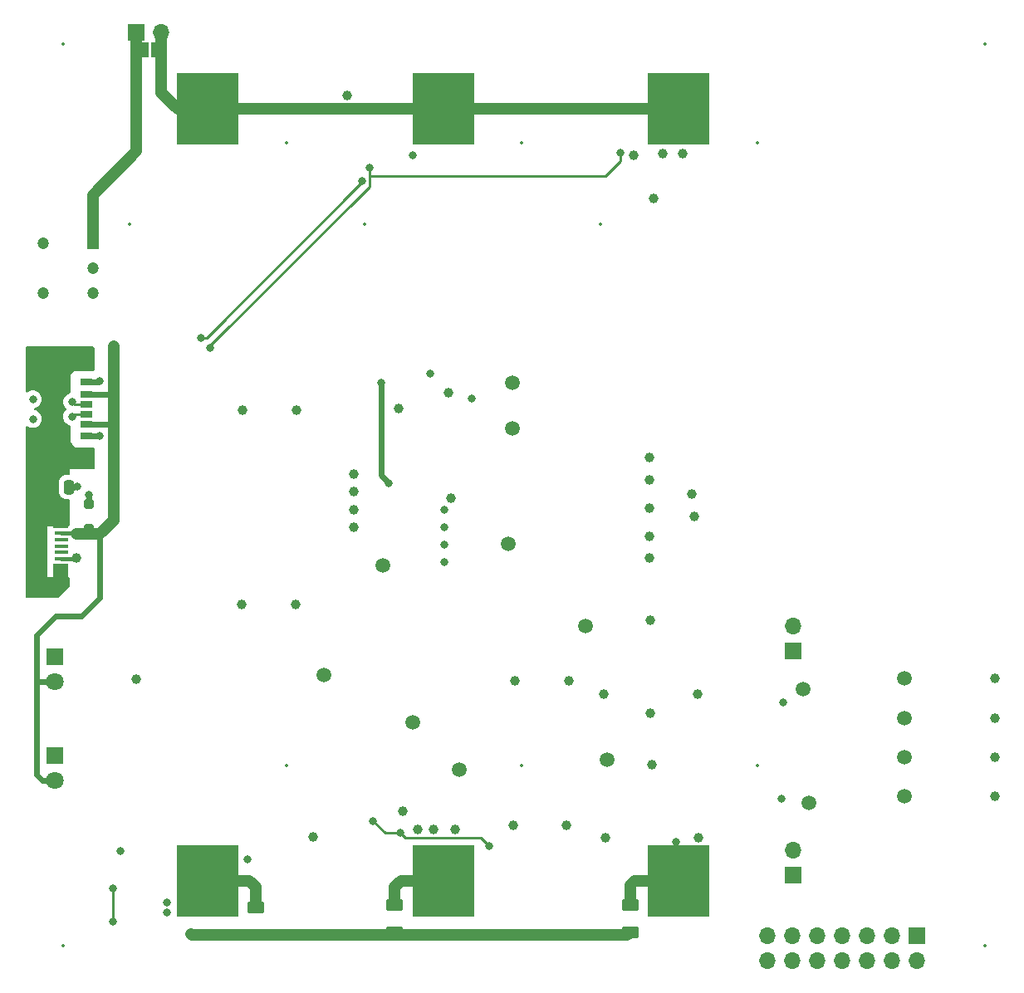
<source format=gtl>
%TF.GenerationSoftware,KiCad,Pcbnew,7.0.9*%
%TF.CreationDate,2024-06-04T23:40:40+02:00*%
%TF.ProjectId,EnvSensor-Power-v2.1,456e7653-656e-4736-9f72-2d506f776572,rev?*%
%TF.SameCoordinates,Original*%
%TF.FileFunction,Copper,L1,Top*%
%TF.FilePolarity,Positive*%
%FSLAX46Y46*%
G04 Gerber Fmt 4.6, Leading zero omitted, Abs format (unit mm)*
G04 Created by KiCad (PCBNEW 7.0.9) date 2024-06-04 23:40:40*
%MOMM*%
%LPD*%
G01*
G04 APERTURE LIST*
G04 Aperture macros list*
%AMRoundRect*
0 Rectangle with rounded corners*
0 $1 Rounding radius*
0 $2 $3 $4 $5 $6 $7 $8 $9 X,Y pos of 4 corners*
0 Add a 4 corners polygon primitive as box body*
4,1,4,$2,$3,$4,$5,$6,$7,$8,$9,$2,$3,0*
0 Add four circle primitives for the rounded corners*
1,1,$1+$1,$2,$3*
1,1,$1+$1,$4,$5*
1,1,$1+$1,$6,$7*
1,1,$1+$1,$8,$9*
0 Add four rect primitives between the rounded corners*
20,1,$1+$1,$2,$3,$4,$5,0*
20,1,$1+$1,$4,$5,$6,$7,0*
20,1,$1+$1,$6,$7,$8,$9,0*
20,1,$1+$1,$8,$9,$2,$3,0*%
%AMFreePoly0*
4,1,19,0.500000,-0.750000,0.000000,-0.750000,0.000000,-0.744911,-0.071157,-0.744911,-0.207708,-0.704816,-0.327430,-0.627875,-0.420627,-0.520320,-0.479746,-0.390866,-0.500000,-0.250000,-0.500000,0.250000,-0.479746,0.390866,-0.420627,0.520320,-0.327430,0.627875,-0.207708,0.704816,-0.071157,0.744911,0.000000,0.744911,0.000000,0.750000,0.500000,0.750000,0.500000,-0.750000,0.500000,-0.750000,
$1*%
%AMFreePoly1*
4,1,19,0.000000,0.744911,0.071157,0.744911,0.207708,0.704816,0.327430,0.627875,0.420627,0.520320,0.479746,0.390866,0.500000,0.250000,0.500000,-0.250000,0.479746,-0.390866,0.420627,-0.520320,0.327430,-0.627875,0.207708,-0.704816,0.071157,-0.744911,0.000000,-0.744911,0.000000,-0.750000,-0.500000,-0.750000,-0.500000,0.750000,0.000000,0.750000,0.000000,0.744911,0.000000,0.744911,
$1*%
G04 Aperture macros list end*
%TA.AperFunction,ComponentPad*%
%ADD10R,1.700000X1.700000*%
%TD*%
%TA.AperFunction,ComponentPad*%
%ADD11O,1.700000X1.700000*%
%TD*%
%TA.AperFunction,SMDPad,CuDef*%
%ADD12RoundRect,0.250000X-0.625000X0.375000X-0.625000X-0.375000X0.625000X-0.375000X0.625000X0.375000X0*%
%TD*%
%TA.AperFunction,SMDPad,CuDef*%
%ADD13R,1.380000X0.450000*%
%TD*%
%TA.AperFunction,SMDPad,CuDef*%
%ADD14R,1.300000X1.650000*%
%TD*%
%TA.AperFunction,SMDPad,CuDef*%
%ADD15R,1.550000X1.425000*%
%TD*%
%TA.AperFunction,SMDPad,CuDef*%
%ADD16R,1.900000X1.800000*%
%TD*%
%TA.AperFunction,SMDPad,CuDef*%
%ADD17R,1.900000X1.000000*%
%TD*%
%TA.AperFunction,SMDPad,CuDef*%
%ADD18R,1.200000X0.700000*%
%TD*%
%TA.AperFunction,SMDPad,CuDef*%
%ADD19R,1.200000X0.760000*%
%TD*%
%TA.AperFunction,SMDPad,CuDef*%
%ADD20R,1.200000X0.800000*%
%TD*%
%TA.AperFunction,SMDPad,CuDef*%
%ADD21R,1.350000X1.800000*%
%TD*%
%TA.AperFunction,SMDPad,CuDef*%
%ADD22R,1.500000X1.800000*%
%TD*%
%TA.AperFunction,ComponentPad*%
%ADD23C,1.200000*%
%TD*%
%TA.AperFunction,ComponentPad*%
%ADD24R,1.200000X1.200000*%
%TD*%
%TA.AperFunction,SMDPad,CuDef*%
%ADD25R,6.350000X7.340000*%
%TD*%
%TA.AperFunction,SMDPad,CuDef*%
%ADD26FreePoly0,180.000000*%
%TD*%
%TA.AperFunction,SMDPad,CuDef*%
%ADD27FreePoly1,180.000000*%
%TD*%
%TA.AperFunction,ComponentPad*%
%ADD28R,1.800000X1.800000*%
%TD*%
%TA.AperFunction,ComponentPad*%
%ADD29C,1.800000*%
%TD*%
%TA.AperFunction,SMDPad,CuDef*%
%ADD30RoundRect,0.250000X-0.250000X-0.475000X0.250000X-0.475000X0.250000X0.475000X-0.250000X0.475000X0*%
%TD*%
%TA.AperFunction,SMDPad,CuDef*%
%ADD31RoundRect,0.250000X-0.250000X0.250000X-0.250000X-0.250000X0.250000X-0.250000X0.250000X0.250000X0*%
%TD*%
%TA.AperFunction,ComponentPad*%
%ADD32C,1.500000*%
%TD*%
%TA.AperFunction,ViaPad*%
%ADD33C,0.800000*%
%TD*%
%TA.AperFunction,ViaPad*%
%ADD34C,1.000000*%
%TD*%
%TA.AperFunction,Conductor*%
%ADD35C,1.200000*%
%TD*%
%TA.AperFunction,Conductor*%
%ADD36C,0.600000*%
%TD*%
%TA.AperFunction,Conductor*%
%ADD37C,0.450000*%
%TD*%
%TA.AperFunction,Conductor*%
%ADD38C,0.250000*%
%TD*%
%ADD39C,0.350000*%
G04 APERTURE END LIST*
D10*
%TO.P,J6,1,Pin_1*%
%TO.N,+3V3*%
X111000000Y-115000000D03*
D11*
%TO.P,J6,2,Pin_2*%
%TO.N,GND*%
X111000000Y-117540000D03*
%TO.P,J6,3,Pin_3*%
%TO.N,+3V3*%
X108460000Y-115000000D03*
%TO.P,J6,4,Pin_4*%
%TO.N,GND*%
X108460000Y-117540000D03*
%TO.P,J6,5,Pin_5*%
%TO.N,+5V*%
X105920000Y-115000000D03*
%TO.P,J6,6,Pin_6*%
%TO.N,GND*%
X105920000Y-117540000D03*
%TO.P,J6,7,Pin_7*%
%TO.N,+5V*%
X103380000Y-115000000D03*
%TO.P,J6,8,Pin_8*%
%TO.N,GND*%
X103380000Y-117540000D03*
%TO.P,J6,9,Pin_9*%
%TO.N,POWER_5V_ENABLE*%
X100840000Y-115000000D03*
%TO.P,J6,10,Pin_10*%
%TO.N,GND*%
X100840000Y-117540000D03*
%TO.P,J6,11,Pin_11*%
%TO.N,+BATT*%
X98300000Y-115000000D03*
%TO.P,J6,12,Pin_12*%
%TO.N,GND*%
X98300000Y-117540000D03*
%TO.P,J6,13,Pin_13*%
%TO.N,VBUS*%
X95760000Y-115000000D03*
%TO.P,J6,14,Pin_14*%
%TO.N,GND*%
X95760000Y-117540000D03*
%TD*%
D12*
%TO.P,F1,1*%
%TO.N,/BATT1-*%
X43600000Y-112100000D03*
%TO.P,F1,2*%
%TO.N,-BATT*%
X43600000Y-114900000D03*
%TD*%
D13*
%TO.P,J1,1,VBUS*%
%TO.N,VBUS*%
X23815464Y-73912500D03*
%TO.P,J1,2,D-*%
%TO.N,unconnected-(J1-D--Pad2)*%
X23815464Y-74562500D03*
%TO.P,J1,3,D+*%
%TO.N,unconnected-(J1-D+-Pad3)*%
X23815464Y-75212500D03*
%TO.P,J1,4,ID*%
%TO.N,unconnected-(J1-ID-Pad4)*%
X23815464Y-75862500D03*
%TO.P,J1,5,GND*%
%TO.N,GND*%
X23815464Y-76512500D03*
D14*
%TO.P,J1,6,Shield*%
%TO.N,/USB_SHIELD*%
X21155464Y-71837500D03*
D15*
X23730464Y-72725000D03*
D16*
X21155464Y-74062500D03*
D17*
X21155464Y-76762500D03*
D15*
X23730464Y-77700000D03*
D14*
X21155464Y-78587500D03*
%TD*%
D18*
%TO.P,J2,A5,CC1*%
%TO.N,Net-(J2-CC1)*%
X26340464Y-60762500D03*
D19*
%TO.P,J2,A9,VBUS*%
%TO.N,VBUS*%
X26340464Y-62782500D03*
D20*
%TO.P,J2,A12,GND*%
%TO.N,GND*%
X26340464Y-64012500D03*
D18*
%TO.P,J2,B5,CC2*%
%TO.N,Net-(J2-CC2)*%
X26340464Y-61762500D03*
D19*
%TO.P,J2,B9,VBUS*%
%TO.N,VBUS*%
X26340464Y-59742500D03*
D20*
%TO.P,J2,B12,GND*%
%TO.N,GND*%
X26340464Y-58512500D03*
D21*
%TO.P,J2,S1,SHIELD*%
%TO.N,/USB_SHIELD*%
X26285464Y-56137500D03*
D22*
X22705464Y-56137500D03*
D21*
X26285464Y-66387500D03*
D22*
X22705464Y-66387500D03*
%TD*%
D23*
%TO.P,SW1,*%
%TO.N,*%
X21917500Y-44322500D03*
X21917500Y-49402500D03*
D24*
%TO.P,SW1,1,A*%
%TO.N,/BATT_SW*%
X26997500Y-44322500D03*
D23*
%TO.P,SW1,2,B*%
%TO.N,+BATT*%
X26997500Y-46862500D03*
%TO.P,SW1,3,C*%
%TO.N,unconnected-(SW1-C-Pad3)*%
X26997500Y-49402500D03*
%TD*%
D25*
%TO.P,B1,1,+*%
%TO.N,/BATT_BARE*%
X38750000Y-30670000D03*
%TO.P,B1,2,-*%
%TO.N,/BATT1-*%
X38750000Y-109330000D03*
%TD*%
D26*
%TO.P,JP1,1,1*%
%TO.N,/BATT_BARE*%
X33450000Y-24600000D03*
D27*
%TO.P,JP1,2,2*%
%TO.N,/BATT_SW*%
X32150000Y-24600000D03*
%TD*%
D25*
%TO.P,B2,1,+*%
%TO.N,/BATT_BARE*%
X62750000Y-30670000D03*
%TO.P,B2,2,-*%
%TO.N,/BATT2-*%
X62750000Y-109330000D03*
%TD*%
D12*
%TO.P,F2,1*%
%TO.N,/BATT2-*%
X57800000Y-111800000D03*
%TO.P,F2,2*%
%TO.N,-BATT*%
X57800000Y-114600000D03*
%TD*%
%TO.P,F3,1*%
%TO.N,/BATT3-*%
X81800000Y-111800000D03*
%TO.P,F3,2*%
%TO.N,-BATT*%
X81800000Y-114600000D03*
%TD*%
D25*
%TO.P,B3,1,+*%
%TO.N,/BATT_BARE*%
X86750000Y-30670000D03*
%TO.P,B3,2,-*%
%TO.N,/BATT3-*%
X86750000Y-109330000D03*
%TD*%
D28*
%TO.P,D7,1,K*%
%TO.N,Net-(D6-K)*%
X23102500Y-96587500D03*
D29*
%TO.P,D7,2,A*%
%TO.N,VBUS*%
X23102500Y-99127500D03*
%TD*%
D28*
%TO.P,D5,1,K*%
%TO.N,Net-(D4-K)*%
X23102500Y-86550000D03*
D29*
%TO.P,D5,2,A*%
%TO.N,VBUS*%
X23102500Y-89090000D03*
%TD*%
D30*
%TO.P,C1,1*%
%TO.N,/USB_SHIELD*%
X22650000Y-69200000D03*
%TO.P,C1,2*%
%TO.N,GND*%
X24550000Y-69200000D03*
%TD*%
D31*
%TO.P,D1,1,A1*%
%TO.N,GND*%
X26600000Y-70950000D03*
%TO.P,D1,2,A2*%
%TO.N,VBUS*%
X26600000Y-73450000D03*
%TD*%
D10*
%TO.P,J3,1,Pin_1*%
%TO.N,/BATT_SW*%
X31460000Y-22800000D03*
D11*
%TO.P,J3,2,Pin_2*%
%TO.N,/BATT_BARE*%
X34000000Y-22800000D03*
%TD*%
D32*
%TO.P,TS2,1,1*%
%TO.N,/3V3_LTC_SW2*%
X69400000Y-75000000D03*
%TD*%
%TO.P,TS6,1,1*%
%TO.N,/5V_SW*%
X59600000Y-93200000D03*
%TD*%
%TO.P,TS5,1,1*%
%TO.N,/3V3_FILTER*%
X77200000Y-83400000D03*
%TD*%
%TO.P,TS4,1,1*%
%TO.N,/BATT_3V3_FILTER*%
X69800000Y-58600000D03*
%TD*%
%TO.P,TS9,1,1*%
%TO.N,/5V_IN*%
X50600000Y-88400000D03*
%TD*%
%TO.P,TP6,1,1*%
%TO.N,/T12.5*%
X109750000Y-88750000D03*
%TD*%
%TO.P,TP2,1,1*%
%TO.N,+5V*%
X100000000Y-101400000D03*
%TD*%
%TO.P,TP5,1,1*%
%TO.N,/T25*%
X109750000Y-92750000D03*
%TD*%
%TO.P,TS8,1,1*%
%TO.N,/5V5_FILTERED*%
X79400000Y-97000000D03*
%TD*%
%TO.P,TS1,1,1*%
%TO.N,/3V3_LTC_SW1*%
X69800000Y-63200000D03*
%TD*%
%TO.P,TP3,1,1*%
%TO.N,/T100*%
X109750000Y-100750000D03*
%TD*%
D10*
%TO.P,J5,1,Pin_1*%
%TO.N,+5V*%
X98400000Y-108740000D03*
D11*
%TO.P,J5,2,Pin_2*%
%TO.N,/5V_REG*%
X98400000Y-106200000D03*
%TD*%
D32*
%TO.P,TS3,1,1*%
%TO.N,/3V7_NOT_REG*%
X56600000Y-77200000D03*
%TD*%
%TO.P,TP4,1,1*%
%TO.N,/T50*%
X109750000Y-96750000D03*
%TD*%
%TO.P,TS7,1,1*%
%TO.N,/5V5_NOT_REG*%
X64400000Y-98000000D03*
%TD*%
D10*
%TO.P,J4,1,Pin_1*%
%TO.N,+3V3*%
X98400000Y-85940000D03*
D11*
%TO.P,J4,2,Pin_2*%
%TO.N,/3V3_REG*%
X98400000Y-83400000D03*
%TD*%
D32*
%TO.P,TP1,1,1*%
%TO.N,+3V3*%
X99400000Y-89800000D03*
%TD*%
D33*
%TO.N,-BATT*%
X37000000Y-114800000D03*
%TO.N,GND*%
X20889154Y-62262500D03*
D34*
X47662500Y-81200000D03*
X42250000Y-61400000D03*
D33*
X62800000Y-75100000D03*
D34*
X87137500Y-35200000D03*
X58600000Y-102250000D03*
X47750000Y-61400000D03*
D33*
X59600000Y-35400000D03*
X42800000Y-107150000D03*
D34*
X84200000Y-39800000D03*
X85137500Y-35200000D03*
X83827500Y-92300000D03*
D33*
X27705464Y-58412500D03*
D34*
X83787500Y-68450000D03*
D33*
X97200000Y-101000000D03*
X86427500Y-105400000D03*
D34*
X82137500Y-35393750D03*
X53650000Y-69700000D03*
D33*
X34600000Y-112550000D03*
D34*
X52900000Y-29250000D03*
D33*
X62800000Y-73300000D03*
D34*
X83827500Y-82800000D03*
X75325000Y-103700000D03*
D33*
X34600000Y-111550000D03*
X25400000Y-69182864D03*
D34*
X75500000Y-89000000D03*
D33*
X97400000Y-91200000D03*
D34*
X83787500Y-71375500D03*
D33*
X62800000Y-71500000D03*
D34*
X119000000Y-100750000D03*
X88777500Y-105000000D03*
X31400000Y-88800000D03*
D33*
X26600000Y-70000000D03*
X20889154Y-60262500D03*
D34*
X83787500Y-76450000D03*
X60100000Y-104125000D03*
X119000000Y-96750000D03*
X53650000Y-71500000D03*
X84027500Y-97500000D03*
X83787500Y-66200000D03*
X69825000Y-103700000D03*
X63550000Y-70300000D03*
X42162500Y-81200000D03*
X53650000Y-67900000D03*
D33*
X65600000Y-60200000D03*
D34*
X58200000Y-61200000D03*
X88287500Y-72200000D03*
D33*
X29800000Y-106350000D03*
D34*
X88627500Y-90300000D03*
X25355464Y-76462500D03*
X119000000Y-88750000D03*
X53600000Y-73300000D03*
X88037500Y-69950000D03*
X63975000Y-104125000D03*
X119000000Y-92750000D03*
X49475000Y-104900000D03*
X63300000Y-59550000D03*
X70000000Y-88950000D03*
X79127500Y-90300000D03*
D33*
X61400000Y-57600000D03*
D34*
X61725000Y-104125000D03*
X79277500Y-105000000D03*
D33*
X27705464Y-64012500D03*
D34*
X83787500Y-74200000D03*
D33*
X62800000Y-76900000D03*
%TO.N,/BATT_3V3_FILTER*%
X57200000Y-68800000D03*
X56400000Y-58600000D03*
%TO.N,VBUS*%
X29105464Y-54837500D03*
%TO.N,POWER_5V_ENABLE*%
X67400000Y-105800000D03*
X55600000Y-103250000D03*
X58350000Y-104500000D03*
%TO.N,/CHRG_ACPR*%
X38000000Y-54000000D03*
X54500000Y-38000000D03*
%TO.N,/CHRG_CHRG*%
X55224500Y-36675000D03*
X80779257Y-35141757D03*
X39000000Y-55000000D03*
%TO.N,/PROT_DO*%
X29062500Y-110150000D03*
X29062500Y-113550000D03*
%TO.N,Net-(J2-CC1)*%
X24905464Y-60512500D03*
%TO.N,Net-(J2-CC2)*%
X24905464Y-62012500D03*
%TD*%
D35*
%TO.N,/BATT_BARE*%
X86090000Y-28330000D02*
X83750000Y-30670000D01*
X78080000Y-30670000D02*
X62750000Y-30670000D01*
X38750000Y-30670000D02*
X35670000Y-30670000D01*
X35670000Y-30670000D02*
X34000000Y-29000000D01*
X46920000Y-30670000D02*
X62750000Y-30670000D01*
X86750000Y-30670000D02*
X78080000Y-30670000D01*
X34000000Y-29000000D02*
X34000000Y-22800000D01*
X38750000Y-30670000D02*
X46920000Y-30670000D01*
%TO.N,-BATT*%
X37074839Y-114874839D02*
X37000000Y-114800000D01*
X81500000Y-114900000D02*
X44750000Y-114900000D01*
X81800000Y-114600000D02*
X81500000Y-114900000D01*
X44750000Y-114900000D02*
X44724839Y-114874839D01*
X44724839Y-114874839D02*
X37074839Y-114874839D01*
D36*
%TO.N,GND*%
X25400000Y-69182864D02*
X24955464Y-69212500D01*
D37*
X23815464Y-76512500D02*
X25305464Y-76512500D01*
D36*
X26600000Y-70950000D02*
X26600000Y-70000000D01*
X26340464Y-58512500D02*
X27605464Y-58512500D01*
X27605464Y-58512500D02*
X27705464Y-58412500D01*
D38*
X25305464Y-76512500D02*
X25355464Y-76462500D01*
D36*
X26340464Y-64012500D02*
X27705464Y-64012500D01*
%TO.N,/BATT_3V3_FILTER*%
X56400000Y-68000000D02*
X56400000Y-58600000D01*
X56400000Y-68000000D02*
X57200000Y-68800000D01*
D35*
%TO.N,VBUS*%
X29105464Y-54837500D02*
X29105464Y-59612500D01*
D36*
X26340464Y-59742500D02*
X28975464Y-59742500D01*
D35*
X27705464Y-74012500D02*
X25305464Y-74012500D01*
D36*
X25800000Y-82400000D02*
X27705464Y-80494536D01*
D35*
X29105464Y-62812500D02*
X29105464Y-69000000D01*
X29105464Y-69000000D02*
X29105464Y-72600000D01*
D36*
X29075464Y-62782500D02*
X29105464Y-62812500D01*
X21250000Y-89800000D02*
X21250000Y-84350000D01*
X23200000Y-82400000D02*
X25800000Y-82400000D01*
D35*
X29105464Y-72600000D02*
X27705464Y-74000000D01*
D37*
X23815464Y-73912500D02*
X25135464Y-73912500D01*
D36*
X21250000Y-98500000D02*
X21250000Y-89250000D01*
D35*
X27705464Y-74000000D02*
X27705464Y-74012500D01*
X29105464Y-62812500D02*
X29105464Y-59612500D01*
D36*
X21250000Y-84350000D02*
X23200000Y-82400000D01*
X21877500Y-99127500D02*
X21250000Y-98500000D01*
X22952500Y-99127500D02*
X21877500Y-99127500D01*
X25305464Y-74012500D02*
X25305464Y-73912500D01*
X27705464Y-80494536D02*
X27705464Y-74012500D01*
X22952500Y-89090000D02*
X21290000Y-89090000D01*
X25135464Y-73912500D02*
X24885464Y-73912500D01*
X26340464Y-62782500D02*
X29075464Y-62782500D01*
X28975464Y-59742500D02*
X29105464Y-59612500D01*
D38*
%TO.N,POWER_5V_ENABLE*%
X58850000Y-105000000D02*
X58350000Y-104500000D01*
X55600000Y-103250000D02*
X56850000Y-104500000D01*
X67400000Y-105800000D02*
X66600000Y-105000000D01*
X56850000Y-104500000D02*
X58350000Y-104500000D01*
X66600000Y-105000000D02*
X58850000Y-105000000D01*
D35*
%TO.N,/BATT1-*%
X42930000Y-109330000D02*
X43600000Y-110000000D01*
X43600000Y-110000000D02*
X43600000Y-112100000D01*
X38750000Y-109330000D02*
X42930000Y-109330000D01*
%TO.N,/BATT2-*%
X57800000Y-110000000D02*
X57800000Y-111800000D01*
X62750000Y-109330000D02*
X58470000Y-109330000D01*
X58470000Y-109330000D02*
X57800000Y-110000000D01*
%TO.N,/BATT3-*%
X82270000Y-109330000D02*
X81800000Y-109800000D01*
X81800000Y-109800000D02*
X81800000Y-111800000D01*
X86750000Y-109330000D02*
X82270000Y-109330000D01*
%TO.N,/BATT_SW*%
X31460000Y-22800000D02*
X31460000Y-34940000D01*
X26997500Y-39402500D02*
X26997500Y-44322500D01*
X31460000Y-34940000D02*
X26997500Y-39402500D01*
D38*
%TO.N,/CHRG_ACPR*%
X54500000Y-38100000D02*
X54500000Y-38000000D01*
X38600000Y-54000000D02*
X54500000Y-38100000D01*
X38000000Y-54000000D02*
X38600000Y-54000000D01*
%TO.N,/CHRG_CHRG*%
X39000000Y-55000000D02*
X39000000Y-54800000D01*
X55225000Y-36675500D02*
X55224500Y-36675000D01*
X80779257Y-35970743D02*
X79250000Y-37500000D01*
X39000000Y-54800000D02*
X55225000Y-38575000D01*
X80779257Y-35141757D02*
X80779257Y-35970743D01*
X79250000Y-37500000D02*
X55225000Y-37500000D01*
X55225000Y-37500000D02*
X55225000Y-36675500D01*
X55225000Y-38575000D02*
X55225000Y-37500000D01*
%TO.N,/PROT_DO*%
X29100000Y-113500000D02*
X29100000Y-110100000D01*
%TO.N,Net-(J2-CC1)*%
X26340464Y-60762500D02*
X25155464Y-60762500D01*
X25155464Y-60762500D02*
X24905464Y-60512500D01*
%TO.N,Net-(J2-CC2)*%
X25155464Y-61762500D02*
X24905464Y-62012500D01*
X26340464Y-61762500D02*
X25155464Y-61762500D01*
%TD*%
%TA.AperFunction,Conductor*%
%TO.N,/USB_SHIELD*%
G36*
X27097585Y-54907502D02*
G01*
X27144078Y-54961158D01*
X27155464Y-55013500D01*
X27155464Y-57261500D01*
X27135462Y-57329621D01*
X27081806Y-57376114D01*
X27029464Y-57387500D01*
X25105463Y-57387500D01*
X24705464Y-57812499D01*
X24705464Y-59525424D01*
X24685462Y-59593545D01*
X24631806Y-59640038D01*
X24628681Y-59641254D01*
X24448711Y-59721382D01*
X24294208Y-59833635D01*
X24166429Y-59975548D01*
X24166422Y-59975558D01*
X24070940Y-60140938D01*
X24070937Y-60140945D01*
X24011921Y-60322572D01*
X23991960Y-60512500D01*
X24011921Y-60702427D01*
X24041990Y-60794970D01*
X24070937Y-60884056D01*
X24070940Y-60884061D01*
X24166422Y-61049441D01*
X24166429Y-61049451D01*
X24282346Y-61178190D01*
X24313064Y-61242197D01*
X24304299Y-61312651D01*
X24282346Y-61346810D01*
X24166429Y-61475548D01*
X24166422Y-61475558D01*
X24070940Y-61640938D01*
X24070937Y-61640945D01*
X24011921Y-61822572D01*
X23991960Y-62012500D01*
X24011921Y-62202427D01*
X24035573Y-62275219D01*
X24070937Y-62384056D01*
X24099305Y-62433191D01*
X24166422Y-62549441D01*
X24166429Y-62549451D01*
X24294208Y-62691364D01*
X24294211Y-62691366D01*
X24448712Y-62803618D01*
X24578963Y-62861609D01*
X24629209Y-62883980D01*
X24628128Y-62886406D01*
X24676973Y-62919776D01*
X24704637Y-62985161D01*
X24705464Y-62999575D01*
X24705464Y-64612500D01*
X25155464Y-65137500D01*
X27029464Y-65137500D01*
X27097585Y-65157502D01*
X27144078Y-65211158D01*
X27155464Y-65263500D01*
X27155464Y-67286500D01*
X27135462Y-67354621D01*
X27081806Y-67401114D01*
X27029464Y-67412500D01*
X24655464Y-67412500D01*
X24655464Y-67840500D01*
X24635462Y-67908621D01*
X24581806Y-67955114D01*
X24529464Y-67966500D01*
X24249455Y-67966500D01*
X24145574Y-67977112D01*
X23977261Y-68032885D01*
X23826347Y-68125970D01*
X23826341Y-68125975D01*
X23700975Y-68251341D01*
X23700970Y-68251347D01*
X23607885Y-68402262D01*
X23552113Y-68570572D01*
X23552112Y-68570579D01*
X23541500Y-68674446D01*
X23541500Y-69725544D01*
X23552112Y-69829425D01*
X23607885Y-69997738D01*
X23700970Y-70148652D01*
X23700975Y-70148658D01*
X23826341Y-70274024D01*
X23826347Y-70274029D01*
X23826348Y-70274030D01*
X23977262Y-70367115D01*
X24145574Y-70422887D01*
X24249455Y-70433500D01*
X24529465Y-70433499D01*
X24597584Y-70453501D01*
X24644077Y-70507156D01*
X24655464Y-70559499D01*
X24655464Y-73047010D01*
X24635462Y-73115131D01*
X24581806Y-73161624D01*
X24571082Y-73165938D01*
X24553965Y-73171928D01*
X24512347Y-73179000D01*
X23076814Y-73179000D01*
X23016267Y-73185509D01*
X23016259Y-73185511D01*
X22898177Y-73229555D01*
X22854144Y-73237500D01*
X22405464Y-73237500D01*
X22405464Y-78362500D01*
X24529464Y-78362500D01*
X24597585Y-78382502D01*
X24644078Y-78436158D01*
X24655464Y-78488500D01*
X24655464Y-79210310D01*
X24635462Y-79278431D01*
X24618559Y-79299405D01*
X23442369Y-80475595D01*
X23380057Y-80509621D01*
X23353274Y-80512500D01*
X20281464Y-80512500D01*
X20213343Y-80492498D01*
X20166850Y-80438842D01*
X20155464Y-80386500D01*
X20155464Y-63099699D01*
X20175466Y-63031578D01*
X20229122Y-62985085D01*
X20299396Y-62974981D01*
X20355523Y-62997762D01*
X20432402Y-63053618D01*
X20606866Y-63131294D01*
X20793667Y-63171000D01*
X20984641Y-63171000D01*
X21171442Y-63131294D01*
X21345906Y-63053618D01*
X21500407Y-62941366D01*
X21554496Y-62881294D01*
X21628188Y-62799451D01*
X21628189Y-62799449D01*
X21628194Y-62799444D01*
X21723681Y-62634056D01*
X21782696Y-62452428D01*
X21802658Y-62262500D01*
X21782696Y-62072572D01*
X21723681Y-61890944D01*
X21628194Y-61725556D01*
X21628192Y-61725554D01*
X21628188Y-61725548D01*
X21500409Y-61583635D01*
X21345906Y-61471382D01*
X21171442Y-61393706D01*
X21133996Y-61385746D01*
X21071524Y-61352019D01*
X21037202Y-61289869D01*
X21041930Y-61219030D01*
X21084206Y-61161993D01*
X21133996Y-61139253D01*
X21171442Y-61131294D01*
X21345906Y-61053618D01*
X21500407Y-60941366D01*
X21628194Y-60799444D01*
X21723681Y-60634056D01*
X21782696Y-60452428D01*
X21802658Y-60262500D01*
X21782696Y-60072572D01*
X21723681Y-59890944D01*
X21628194Y-59725556D01*
X21628192Y-59725554D01*
X21628188Y-59725548D01*
X21500409Y-59583635D01*
X21345906Y-59471382D01*
X21171442Y-59393706D01*
X20984641Y-59354000D01*
X20793667Y-59354000D01*
X20606865Y-59393706D01*
X20432400Y-59471383D01*
X20432397Y-59471384D01*
X20355524Y-59527236D01*
X20288657Y-59551095D01*
X20219505Y-59535014D01*
X20170025Y-59484100D01*
X20155464Y-59425300D01*
X20155464Y-55013500D01*
X20175466Y-54945379D01*
X20229122Y-54898886D01*
X20281464Y-54887500D01*
X27029464Y-54887500D01*
X27097585Y-54907502D01*
G37*
%TD.AperFunction*%
%TD*%
D39*
X37000000Y-114800000D03*
X20889154Y-62262500D03*
X47662500Y-81200000D03*
X42250000Y-61400000D03*
X62800000Y-75100000D03*
X87137500Y-35200000D03*
X58600000Y-102250000D03*
X47750000Y-61400000D03*
X59600000Y-35400000D03*
X42800000Y-107150000D03*
X84200000Y-39800000D03*
X85137500Y-35200000D03*
X83827500Y-92300000D03*
X27705464Y-58412500D03*
X83787500Y-68450000D03*
X97200000Y-101000000D03*
X86427500Y-105400000D03*
X82137500Y-35393750D03*
X53650000Y-69700000D03*
X34600000Y-112550000D03*
X52900000Y-29250000D03*
X62800000Y-73300000D03*
X83827500Y-82800000D03*
X75325000Y-103700000D03*
X34600000Y-111550000D03*
X25400000Y-69182864D03*
X75500000Y-89000000D03*
X97400000Y-91200000D03*
X83787500Y-71375500D03*
X62800000Y-71500000D03*
X119000000Y-100750000D03*
X88777500Y-105000000D03*
X31400000Y-88800000D03*
X26600000Y-70000000D03*
X20889154Y-60262500D03*
X83787500Y-76450000D03*
X60100000Y-104125000D03*
X119000000Y-96750000D03*
X53650000Y-71500000D03*
X84027500Y-97500000D03*
X83787500Y-66200000D03*
X69825000Y-103700000D03*
X63550000Y-70300000D03*
X42162500Y-81200000D03*
X53650000Y-67900000D03*
X65600000Y-60200000D03*
X58200000Y-61200000D03*
X88287500Y-72200000D03*
X29800000Y-106350000D03*
X88627500Y-90300000D03*
X25355464Y-76462500D03*
X119000000Y-88750000D03*
X53600000Y-73300000D03*
X88037500Y-69950000D03*
X63975000Y-104125000D03*
X119000000Y-92750000D03*
X49475000Y-104900000D03*
X63300000Y-59550000D03*
X70000000Y-88950000D03*
X79127500Y-90300000D03*
X61400000Y-57600000D03*
X61725000Y-104125000D03*
X79277500Y-105000000D03*
X27705464Y-64012500D03*
X83787500Y-74200000D03*
X62800000Y-76900000D03*
X57200000Y-68800000D03*
X56400000Y-58600000D03*
X29105464Y-54837500D03*
X67400000Y-105800000D03*
X55600000Y-103250000D03*
X58350000Y-104500000D03*
X38000000Y-54000000D03*
X54500000Y-38000000D03*
X55224500Y-36675000D03*
X80779257Y-35141757D03*
X39000000Y-55000000D03*
X29062500Y-110150000D03*
X29062500Y-113550000D03*
X24905464Y-60512500D03*
X24905464Y-62012500D03*
X111000000Y-115000000D03*
X111000000Y-117540000D03*
X108460000Y-115000000D03*
X108460000Y-117540000D03*
X105920000Y-115000000D03*
X105920000Y-117540000D03*
X103380000Y-115000000D03*
X103380000Y-117540000D03*
X100840000Y-115000000D03*
X100840000Y-117540000D03*
X98300000Y-115000000D03*
X98300000Y-117540000D03*
X95760000Y-115000000D03*
X95760000Y-117540000D03*
X24000000Y-116000000D03*
X21917500Y-44322500D03*
X21917500Y-49402500D03*
X26997500Y-44322500D03*
X26997500Y-46862500D03*
X26997500Y-49402500D03*
X46750000Y-34070000D03*
X30750000Y-42400000D03*
X46750000Y-97600000D03*
X118000000Y-116000000D03*
X70750000Y-34070000D03*
X54750000Y-42400000D03*
X70750000Y-97600000D03*
X118000000Y-24000000D03*
X94750000Y-34070000D03*
X78750000Y-42400000D03*
X94750000Y-97600000D03*
X23102500Y-96587500D03*
X23102500Y-99127500D03*
X23102500Y-86550000D03*
X23102500Y-89090000D03*
X24000000Y-24000000D03*
X31460000Y-22800000D03*
X34000000Y-22800000D03*
X69400000Y-75000000D03*
X59600000Y-93200000D03*
X77200000Y-83400000D03*
X69800000Y-58600000D03*
X50600000Y-88400000D03*
X109750000Y-88750000D03*
X100000000Y-101400000D03*
X109750000Y-92750000D03*
X79400000Y-97000000D03*
X69800000Y-63200000D03*
X109750000Y-100750000D03*
X98400000Y-108740000D03*
X98400000Y-106200000D03*
X56600000Y-77200000D03*
X109750000Y-96750000D03*
X64400000Y-98000000D03*
X98400000Y-85940000D03*
X98400000Y-83400000D03*
X99400000Y-89800000D03*
M02*

</source>
